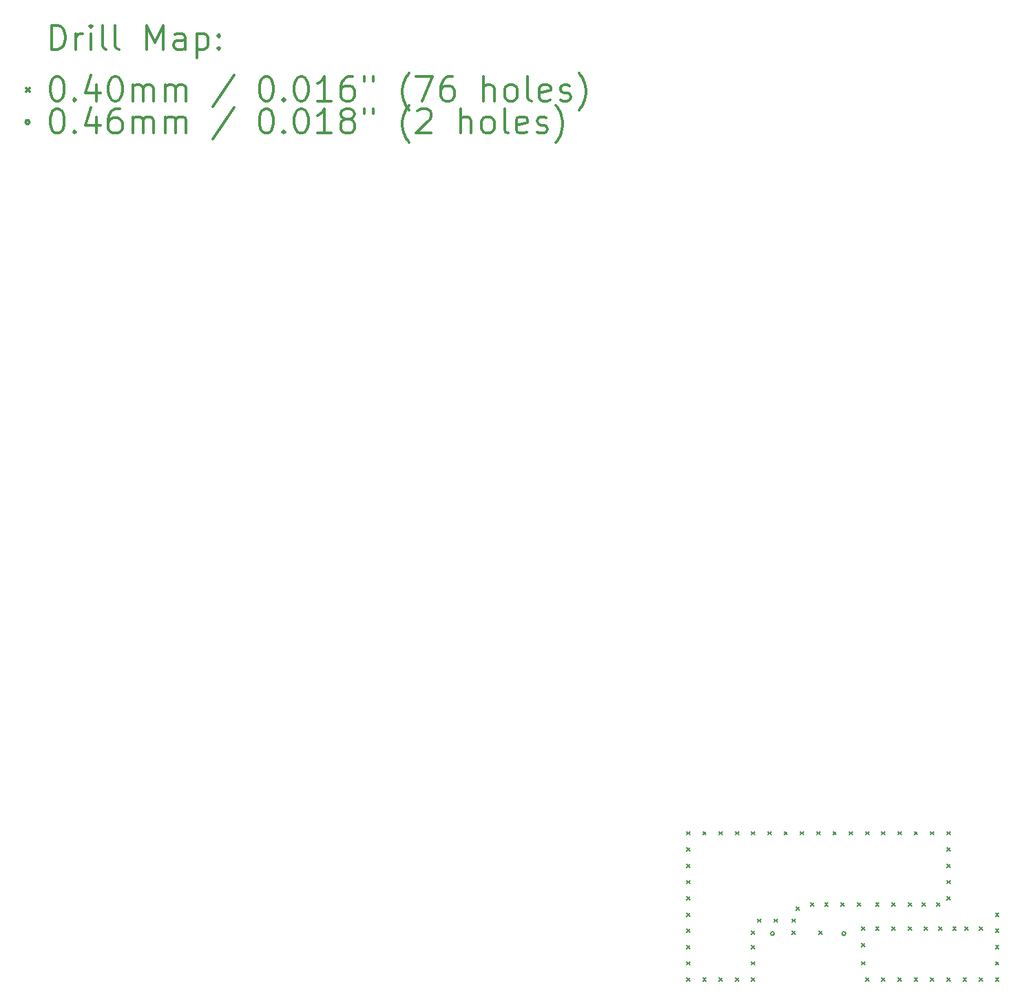
<source format=gbr>
%FSLAX45Y45*%
G04 Gerber Fmt 4.5, Leading zero omitted, Abs format (unit mm)*
G04 Created by KiCad (PCBNEW 4.0.5) date 02/24/17 11:34:11*
%MOMM*%
%LPD*%
G01*
G04 APERTURE LIST*
%ADD10C,0.127000*%
%ADD11C,0.200000*%
%ADD12C,0.300000*%
G04 APERTURE END LIST*
D10*
D11*
X80000Y1920000D02*
X120000Y1880000D01*
X120000Y1920000D02*
X80000Y1880000D01*
X80000Y1720000D02*
X120000Y1680000D01*
X120000Y1720000D02*
X80000Y1680000D01*
X80000Y1520000D02*
X120000Y1480000D01*
X120000Y1520000D02*
X80000Y1480000D01*
X80000Y1320000D02*
X120000Y1280000D01*
X120000Y1320000D02*
X80000Y1280000D01*
X80000Y1120000D02*
X120000Y1080000D01*
X120000Y1120000D02*
X80000Y1080000D01*
X80000Y920000D02*
X120000Y880000D01*
X120000Y920000D02*
X80000Y880000D01*
X80000Y720000D02*
X120000Y680000D01*
X120000Y720000D02*
X80000Y680000D01*
X80000Y520000D02*
X120000Y480000D01*
X120000Y520000D02*
X80000Y480000D01*
X80000Y320000D02*
X120000Y280000D01*
X120000Y320000D02*
X80000Y280000D01*
X80000Y120000D02*
X120000Y80000D01*
X120000Y120000D02*
X80000Y80000D01*
X280000Y1920000D02*
X320000Y1880000D01*
X320000Y1920000D02*
X280000Y1880000D01*
X280000Y120000D02*
X320000Y80000D01*
X320000Y120000D02*
X280000Y80000D01*
X480000Y1920000D02*
X520000Y1880000D01*
X520000Y1920000D02*
X480000Y1880000D01*
X480000Y120000D02*
X520000Y80000D01*
X520000Y120000D02*
X480000Y80000D01*
X680000Y1920000D02*
X720000Y1880000D01*
X720000Y1920000D02*
X680000Y1880000D01*
X680000Y120000D02*
X720000Y80000D01*
X720000Y120000D02*
X680000Y80000D01*
X880000Y1920000D02*
X920000Y1880000D01*
X920000Y1920000D02*
X880000Y1880000D01*
X880000Y695000D02*
X920000Y655000D01*
X920000Y695000D02*
X880000Y655000D01*
X880000Y520000D02*
X920000Y480000D01*
X920000Y520000D02*
X880000Y480000D01*
X880000Y320000D02*
X920000Y280000D01*
X920000Y320000D02*
X880000Y280000D01*
X880000Y120000D02*
X920000Y80000D01*
X920000Y120000D02*
X880000Y80000D01*
X955000Y845000D02*
X995000Y805000D01*
X995000Y845000D02*
X955000Y805000D01*
X1080000Y1920000D02*
X1120000Y1880000D01*
X1120000Y1920000D02*
X1080000Y1880000D01*
X1155000Y845000D02*
X1195000Y805000D01*
X1195000Y845000D02*
X1155000Y805000D01*
X1280000Y1920000D02*
X1320000Y1880000D01*
X1320000Y1920000D02*
X1280000Y1880000D01*
X1380000Y845000D02*
X1420000Y805000D01*
X1420000Y845000D02*
X1380000Y805000D01*
X1380000Y695000D02*
X1420000Y655000D01*
X1420000Y695000D02*
X1380000Y655000D01*
X1430000Y995000D02*
X1470000Y955000D01*
X1470000Y995000D02*
X1430000Y955000D01*
X1480000Y1920000D02*
X1520000Y1880000D01*
X1520000Y1920000D02*
X1480000Y1880000D01*
X1605000Y1045000D02*
X1645000Y1005000D01*
X1645000Y1045000D02*
X1605000Y1005000D01*
X1680000Y1920000D02*
X1720000Y1880000D01*
X1720000Y1920000D02*
X1680000Y1880000D01*
X1705000Y695000D02*
X1745000Y655000D01*
X1745000Y695000D02*
X1705000Y655000D01*
X1780000Y1045000D02*
X1820000Y1005000D01*
X1820000Y1045000D02*
X1780000Y1005000D01*
X1880000Y1920000D02*
X1920000Y1880000D01*
X1920000Y1920000D02*
X1880000Y1880000D01*
X1980000Y1045000D02*
X2020000Y1005000D01*
X2020000Y1045000D02*
X1980000Y1005000D01*
X2080000Y1920000D02*
X2120000Y1880000D01*
X2120000Y1920000D02*
X2080000Y1880000D01*
X2180000Y1045000D02*
X2220000Y1005000D01*
X2220000Y1045000D02*
X2180000Y1005000D01*
X2230000Y745000D02*
X2270000Y705000D01*
X2270000Y745000D02*
X2230000Y705000D01*
X2230000Y545000D02*
X2270000Y505000D01*
X2270000Y545000D02*
X2230000Y505000D01*
X2230000Y320000D02*
X2270000Y280000D01*
X2270000Y320000D02*
X2230000Y280000D01*
X2280000Y1920000D02*
X2320000Y1880000D01*
X2320000Y1920000D02*
X2280000Y1880000D01*
X2280000Y120000D02*
X2320000Y80000D01*
X2320000Y120000D02*
X2280000Y80000D01*
X2405000Y1045000D02*
X2445000Y1005000D01*
X2445000Y1045000D02*
X2405000Y1005000D01*
X2405000Y745000D02*
X2445000Y705000D01*
X2445000Y745000D02*
X2405000Y705000D01*
X2480000Y1920000D02*
X2520000Y1880000D01*
X2520000Y1920000D02*
X2480000Y1880000D01*
X2480000Y120000D02*
X2520000Y80000D01*
X2520000Y120000D02*
X2480000Y80000D01*
X2605000Y1045000D02*
X2645000Y1005000D01*
X2645000Y1045000D02*
X2605000Y1005000D01*
X2605000Y745000D02*
X2645000Y705000D01*
X2645000Y745000D02*
X2605000Y705000D01*
X2680000Y1920000D02*
X2720000Y1880000D01*
X2720000Y1920000D02*
X2680000Y1880000D01*
X2680000Y120000D02*
X2720000Y80000D01*
X2720000Y120000D02*
X2680000Y80000D01*
X2805000Y1045000D02*
X2845000Y1005000D01*
X2845000Y1045000D02*
X2805000Y1005000D01*
X2805000Y745000D02*
X2845000Y705000D01*
X2845000Y745000D02*
X2805000Y705000D01*
X2880000Y1920000D02*
X2920000Y1880000D01*
X2920000Y1920000D02*
X2880000Y1880000D01*
X2880000Y120000D02*
X2920000Y80000D01*
X2920000Y120000D02*
X2880000Y80000D01*
X2980000Y1045000D02*
X3020000Y1005000D01*
X3020000Y1045000D02*
X2980000Y1005000D01*
X3005000Y745000D02*
X3045000Y705000D01*
X3045000Y745000D02*
X3005000Y705000D01*
X3080000Y1920000D02*
X3120000Y1880000D01*
X3120000Y1920000D02*
X3080000Y1880000D01*
X3080000Y120000D02*
X3120000Y80000D01*
X3120000Y120000D02*
X3080000Y80000D01*
X3155000Y1045000D02*
X3195000Y1005000D01*
X3195000Y1045000D02*
X3155000Y1005000D01*
X3180000Y745000D02*
X3220000Y705000D01*
X3220000Y745000D02*
X3180000Y705000D01*
X3280000Y1920000D02*
X3320000Y1880000D01*
X3320000Y1920000D02*
X3280000Y1880000D01*
X3280000Y1720000D02*
X3320000Y1680000D01*
X3320000Y1720000D02*
X3280000Y1680000D01*
X3280000Y1520000D02*
X3320000Y1480000D01*
X3320000Y1520000D02*
X3280000Y1480000D01*
X3280000Y1320000D02*
X3320000Y1280000D01*
X3320000Y1320000D02*
X3280000Y1280000D01*
X3280000Y1120000D02*
X3320000Y1080000D01*
X3320000Y1120000D02*
X3280000Y1080000D01*
X3280000Y120000D02*
X3320000Y80000D01*
X3320000Y120000D02*
X3280000Y80000D01*
X3355000Y745000D02*
X3395000Y705000D01*
X3395000Y745000D02*
X3355000Y705000D01*
X3480000Y120000D02*
X3520000Y80000D01*
X3520000Y120000D02*
X3480000Y80000D01*
X3505000Y745000D02*
X3545000Y705000D01*
X3545000Y745000D02*
X3505000Y705000D01*
X3680000Y745000D02*
X3720000Y705000D01*
X3720000Y745000D02*
X3680000Y705000D01*
X3680000Y120000D02*
X3720000Y80000D01*
X3720000Y120000D02*
X3680000Y80000D01*
X3880000Y920000D02*
X3920000Y880000D01*
X3920000Y920000D02*
X3880000Y880000D01*
X3880000Y720000D02*
X3920000Y680000D01*
X3920000Y720000D02*
X3880000Y680000D01*
X3880000Y520000D02*
X3920000Y480000D01*
X3920000Y520000D02*
X3880000Y480000D01*
X3880000Y320000D02*
X3920000Y280000D01*
X3920000Y320000D02*
X3880000Y280000D01*
X3880000Y120000D02*
X3920000Y80000D01*
X3920000Y120000D02*
X3880000Y80000D01*
X1160800Y665800D02*
G75*
G03X1160800Y665800I-23000J0D01*
G01*
X2036800Y665800D02*
G75*
G03X2036800Y665800I-23000J0D01*
G01*
D12*
X-7728571Y11534286D02*
X-7728571Y11834286D01*
X-7657143Y11834286D01*
X-7614286Y11820000D01*
X-7585714Y11791429D01*
X-7571429Y11762857D01*
X-7557143Y11705714D01*
X-7557143Y11662857D01*
X-7571429Y11605714D01*
X-7585714Y11577143D01*
X-7614286Y11548571D01*
X-7657143Y11534286D01*
X-7728571Y11534286D01*
X-7428571Y11534286D02*
X-7428571Y11734286D01*
X-7428571Y11677143D02*
X-7414286Y11705714D01*
X-7400000Y11720000D01*
X-7371429Y11734286D01*
X-7342857Y11734286D01*
X-7242857Y11534286D02*
X-7242857Y11734286D01*
X-7242857Y11834286D02*
X-7257143Y11820000D01*
X-7242857Y11805714D01*
X-7228571Y11820000D01*
X-7242857Y11834286D01*
X-7242857Y11805714D01*
X-7057143Y11534286D02*
X-7085714Y11548571D01*
X-7100000Y11577143D01*
X-7100000Y11834286D01*
X-6900000Y11534286D02*
X-6928571Y11548571D01*
X-6942857Y11577143D01*
X-6942857Y11834286D01*
X-6557143Y11534286D02*
X-6557143Y11834286D01*
X-6457143Y11620000D01*
X-6357143Y11834286D01*
X-6357143Y11534286D01*
X-6085714Y11534286D02*
X-6085714Y11691429D01*
X-6100000Y11720000D01*
X-6128571Y11734286D01*
X-6185714Y11734286D01*
X-6214286Y11720000D01*
X-6085714Y11548571D02*
X-6114286Y11534286D01*
X-6185714Y11534286D01*
X-6214286Y11548571D01*
X-6228571Y11577143D01*
X-6228571Y11605714D01*
X-6214286Y11634286D01*
X-6185714Y11648571D01*
X-6114286Y11648571D01*
X-6085714Y11662857D01*
X-5942857Y11734286D02*
X-5942857Y11434286D01*
X-5942857Y11720000D02*
X-5914286Y11734286D01*
X-5857143Y11734286D01*
X-5828571Y11720000D01*
X-5814286Y11705714D01*
X-5800000Y11677143D01*
X-5800000Y11591429D01*
X-5814286Y11562857D01*
X-5828571Y11548571D01*
X-5857143Y11534286D01*
X-5914286Y11534286D01*
X-5942857Y11548571D01*
X-5671428Y11562857D02*
X-5657143Y11548571D01*
X-5671428Y11534286D01*
X-5685714Y11548571D01*
X-5671428Y11562857D01*
X-5671428Y11534286D01*
X-5671428Y11720000D02*
X-5657143Y11705714D01*
X-5671428Y11691429D01*
X-5685714Y11705714D01*
X-5671428Y11720000D01*
X-5671428Y11691429D01*
X-8040000Y11060000D02*
X-8000000Y11020000D01*
X-8000000Y11060000D02*
X-8040000Y11020000D01*
X-7671429Y11204286D02*
X-7642857Y11204286D01*
X-7614286Y11190000D01*
X-7600000Y11175714D01*
X-7585714Y11147143D01*
X-7571429Y11090000D01*
X-7571429Y11018571D01*
X-7585714Y10961429D01*
X-7600000Y10932857D01*
X-7614286Y10918571D01*
X-7642857Y10904286D01*
X-7671429Y10904286D01*
X-7700000Y10918571D01*
X-7714286Y10932857D01*
X-7728571Y10961429D01*
X-7742857Y11018571D01*
X-7742857Y11090000D01*
X-7728571Y11147143D01*
X-7714286Y11175714D01*
X-7700000Y11190000D01*
X-7671429Y11204286D01*
X-7442857Y10932857D02*
X-7428571Y10918571D01*
X-7442857Y10904286D01*
X-7457143Y10918571D01*
X-7442857Y10932857D01*
X-7442857Y10904286D01*
X-7171429Y11104286D02*
X-7171429Y10904286D01*
X-7242857Y11218571D02*
X-7314286Y11004286D01*
X-7128571Y11004286D01*
X-6957143Y11204286D02*
X-6928571Y11204286D01*
X-6900000Y11190000D01*
X-6885714Y11175714D01*
X-6871429Y11147143D01*
X-6857143Y11090000D01*
X-6857143Y11018571D01*
X-6871429Y10961429D01*
X-6885714Y10932857D01*
X-6900000Y10918571D01*
X-6928571Y10904286D01*
X-6957143Y10904286D01*
X-6985714Y10918571D01*
X-7000000Y10932857D01*
X-7014286Y10961429D01*
X-7028571Y11018571D01*
X-7028571Y11090000D01*
X-7014286Y11147143D01*
X-7000000Y11175714D01*
X-6985714Y11190000D01*
X-6957143Y11204286D01*
X-6728571Y10904286D02*
X-6728571Y11104286D01*
X-6728571Y11075714D02*
X-6714286Y11090000D01*
X-6685714Y11104286D01*
X-6642857Y11104286D01*
X-6614286Y11090000D01*
X-6600000Y11061429D01*
X-6600000Y10904286D01*
X-6600000Y11061429D02*
X-6585714Y11090000D01*
X-6557143Y11104286D01*
X-6514286Y11104286D01*
X-6485714Y11090000D01*
X-6471429Y11061429D01*
X-6471429Y10904286D01*
X-6328571Y10904286D02*
X-6328571Y11104286D01*
X-6328571Y11075714D02*
X-6314286Y11090000D01*
X-6285714Y11104286D01*
X-6242857Y11104286D01*
X-6214286Y11090000D01*
X-6200000Y11061429D01*
X-6200000Y10904286D01*
X-6200000Y11061429D02*
X-6185714Y11090000D01*
X-6157143Y11104286D01*
X-6114286Y11104286D01*
X-6085714Y11090000D01*
X-6071429Y11061429D01*
X-6071429Y10904286D01*
X-5485714Y11218571D02*
X-5742857Y10832857D01*
X-5100000Y11204286D02*
X-5071429Y11204286D01*
X-5042857Y11190000D01*
X-5028572Y11175714D01*
X-5014286Y11147143D01*
X-5000000Y11090000D01*
X-5000000Y11018571D01*
X-5014286Y10961429D01*
X-5028572Y10932857D01*
X-5042857Y10918571D01*
X-5071429Y10904286D01*
X-5100000Y10904286D01*
X-5128572Y10918571D01*
X-5142857Y10932857D01*
X-5157143Y10961429D01*
X-5171429Y11018571D01*
X-5171429Y11090000D01*
X-5157143Y11147143D01*
X-5142857Y11175714D01*
X-5128572Y11190000D01*
X-5100000Y11204286D01*
X-4871429Y10932857D02*
X-4857143Y10918571D01*
X-4871429Y10904286D01*
X-4885714Y10918571D01*
X-4871429Y10932857D01*
X-4871429Y10904286D01*
X-4671429Y11204286D02*
X-4642857Y11204286D01*
X-4614286Y11190000D01*
X-4600000Y11175714D01*
X-4585714Y11147143D01*
X-4571429Y11090000D01*
X-4571429Y11018571D01*
X-4585714Y10961429D01*
X-4600000Y10932857D01*
X-4614286Y10918571D01*
X-4642857Y10904286D01*
X-4671429Y10904286D01*
X-4700000Y10918571D01*
X-4714286Y10932857D01*
X-4728572Y10961429D01*
X-4742857Y11018571D01*
X-4742857Y11090000D01*
X-4728572Y11147143D01*
X-4714286Y11175714D01*
X-4700000Y11190000D01*
X-4671429Y11204286D01*
X-4285714Y10904286D02*
X-4457143Y10904286D01*
X-4371429Y10904286D02*
X-4371429Y11204286D01*
X-4400000Y11161429D01*
X-4428572Y11132857D01*
X-4457143Y11118571D01*
X-4028571Y11204286D02*
X-4085714Y11204286D01*
X-4114286Y11190000D01*
X-4128571Y11175714D01*
X-4157143Y11132857D01*
X-4171429Y11075714D01*
X-4171429Y10961429D01*
X-4157143Y10932857D01*
X-4142857Y10918571D01*
X-4114286Y10904286D01*
X-4057143Y10904286D01*
X-4028571Y10918571D01*
X-4014286Y10932857D01*
X-4000000Y10961429D01*
X-4000000Y11032857D01*
X-4014286Y11061429D01*
X-4028571Y11075714D01*
X-4057143Y11090000D01*
X-4114286Y11090000D01*
X-4142857Y11075714D01*
X-4157143Y11061429D01*
X-4171429Y11032857D01*
X-3885714Y11204286D02*
X-3885714Y11147143D01*
X-3771429Y11204286D02*
X-3771429Y11147143D01*
X-3328571Y10790000D02*
X-3342857Y10804286D01*
X-3371429Y10847143D01*
X-3385714Y10875714D01*
X-3400000Y10918571D01*
X-3414286Y10990000D01*
X-3414286Y11047143D01*
X-3400000Y11118571D01*
X-3385714Y11161429D01*
X-3371429Y11190000D01*
X-3342857Y11232857D01*
X-3328571Y11247143D01*
X-3242857Y11204286D02*
X-3042857Y11204286D01*
X-3171429Y10904286D01*
X-2800000Y11204286D02*
X-2857143Y11204286D01*
X-2885714Y11190000D01*
X-2900000Y11175714D01*
X-2928571Y11132857D01*
X-2942857Y11075714D01*
X-2942857Y10961429D01*
X-2928571Y10932857D01*
X-2914286Y10918571D01*
X-2885714Y10904286D01*
X-2828571Y10904286D01*
X-2800000Y10918571D01*
X-2785714Y10932857D01*
X-2771429Y10961429D01*
X-2771429Y11032857D01*
X-2785714Y11061429D01*
X-2800000Y11075714D01*
X-2828571Y11090000D01*
X-2885714Y11090000D01*
X-2914286Y11075714D01*
X-2928571Y11061429D01*
X-2942857Y11032857D01*
X-2414286Y10904286D02*
X-2414286Y11204286D01*
X-2285714Y10904286D02*
X-2285714Y11061429D01*
X-2300000Y11090000D01*
X-2328572Y11104286D01*
X-2371429Y11104286D01*
X-2400000Y11090000D01*
X-2414286Y11075714D01*
X-2100000Y10904286D02*
X-2128572Y10918571D01*
X-2142857Y10932857D01*
X-2157143Y10961429D01*
X-2157143Y11047143D01*
X-2142857Y11075714D01*
X-2128572Y11090000D01*
X-2100000Y11104286D01*
X-2057143Y11104286D01*
X-2028571Y11090000D01*
X-2014286Y11075714D01*
X-2000000Y11047143D01*
X-2000000Y10961429D01*
X-2014286Y10932857D01*
X-2028571Y10918571D01*
X-2057143Y10904286D01*
X-2100000Y10904286D01*
X-1828571Y10904286D02*
X-1857143Y10918571D01*
X-1871429Y10947143D01*
X-1871429Y11204286D01*
X-1600000Y10918571D02*
X-1628571Y10904286D01*
X-1685714Y10904286D01*
X-1714286Y10918571D01*
X-1728571Y10947143D01*
X-1728571Y11061429D01*
X-1714286Y11090000D01*
X-1685714Y11104286D01*
X-1628571Y11104286D01*
X-1600000Y11090000D01*
X-1585714Y11061429D01*
X-1585714Y11032857D01*
X-1728571Y11004286D01*
X-1471428Y10918571D02*
X-1442857Y10904286D01*
X-1385714Y10904286D01*
X-1357143Y10918571D01*
X-1342857Y10947143D01*
X-1342857Y10961429D01*
X-1357143Y10990000D01*
X-1385714Y11004286D01*
X-1428571Y11004286D01*
X-1457143Y11018571D01*
X-1471428Y11047143D01*
X-1471428Y11061429D01*
X-1457143Y11090000D01*
X-1428571Y11104286D01*
X-1385714Y11104286D01*
X-1357143Y11090000D01*
X-1242857Y10790000D02*
X-1228571Y10804286D01*
X-1200000Y10847143D01*
X-1185714Y10875714D01*
X-1171429Y10918571D01*
X-1157143Y10990000D01*
X-1157143Y11047143D01*
X-1171429Y11118571D01*
X-1185714Y11161429D01*
X-1200000Y11190000D01*
X-1228571Y11232857D01*
X-1242857Y11247143D01*
X-8000000Y10644000D02*
G75*
G03X-8000000Y10644000I-23000J0D01*
G01*
X-7671429Y10808286D02*
X-7642857Y10808286D01*
X-7614286Y10794000D01*
X-7600000Y10779714D01*
X-7585714Y10751143D01*
X-7571429Y10694000D01*
X-7571429Y10622571D01*
X-7585714Y10565429D01*
X-7600000Y10536857D01*
X-7614286Y10522571D01*
X-7642857Y10508286D01*
X-7671429Y10508286D01*
X-7700000Y10522571D01*
X-7714286Y10536857D01*
X-7728571Y10565429D01*
X-7742857Y10622571D01*
X-7742857Y10694000D01*
X-7728571Y10751143D01*
X-7714286Y10779714D01*
X-7700000Y10794000D01*
X-7671429Y10808286D01*
X-7442857Y10536857D02*
X-7428571Y10522571D01*
X-7442857Y10508286D01*
X-7457143Y10522571D01*
X-7442857Y10536857D01*
X-7442857Y10508286D01*
X-7171429Y10708286D02*
X-7171429Y10508286D01*
X-7242857Y10822571D02*
X-7314286Y10608286D01*
X-7128571Y10608286D01*
X-6885714Y10808286D02*
X-6942857Y10808286D01*
X-6971429Y10794000D01*
X-6985714Y10779714D01*
X-7014286Y10736857D01*
X-7028571Y10679714D01*
X-7028571Y10565429D01*
X-7014286Y10536857D01*
X-7000000Y10522571D01*
X-6971429Y10508286D01*
X-6914286Y10508286D01*
X-6885714Y10522571D01*
X-6871429Y10536857D01*
X-6857143Y10565429D01*
X-6857143Y10636857D01*
X-6871429Y10665429D01*
X-6885714Y10679714D01*
X-6914286Y10694000D01*
X-6971429Y10694000D01*
X-7000000Y10679714D01*
X-7014286Y10665429D01*
X-7028571Y10636857D01*
X-6728571Y10508286D02*
X-6728571Y10708286D01*
X-6728571Y10679714D02*
X-6714286Y10694000D01*
X-6685714Y10708286D01*
X-6642857Y10708286D01*
X-6614286Y10694000D01*
X-6600000Y10665429D01*
X-6600000Y10508286D01*
X-6600000Y10665429D02*
X-6585714Y10694000D01*
X-6557143Y10708286D01*
X-6514286Y10708286D01*
X-6485714Y10694000D01*
X-6471429Y10665429D01*
X-6471429Y10508286D01*
X-6328571Y10508286D02*
X-6328571Y10708286D01*
X-6328571Y10679714D02*
X-6314286Y10694000D01*
X-6285714Y10708286D01*
X-6242857Y10708286D01*
X-6214286Y10694000D01*
X-6200000Y10665429D01*
X-6200000Y10508286D01*
X-6200000Y10665429D02*
X-6185714Y10694000D01*
X-6157143Y10708286D01*
X-6114286Y10708286D01*
X-6085714Y10694000D01*
X-6071429Y10665429D01*
X-6071429Y10508286D01*
X-5485714Y10822571D02*
X-5742857Y10436857D01*
X-5100000Y10808286D02*
X-5071429Y10808286D01*
X-5042857Y10794000D01*
X-5028572Y10779714D01*
X-5014286Y10751143D01*
X-5000000Y10694000D01*
X-5000000Y10622571D01*
X-5014286Y10565429D01*
X-5028572Y10536857D01*
X-5042857Y10522571D01*
X-5071429Y10508286D01*
X-5100000Y10508286D01*
X-5128572Y10522571D01*
X-5142857Y10536857D01*
X-5157143Y10565429D01*
X-5171429Y10622571D01*
X-5171429Y10694000D01*
X-5157143Y10751143D01*
X-5142857Y10779714D01*
X-5128572Y10794000D01*
X-5100000Y10808286D01*
X-4871429Y10536857D02*
X-4857143Y10522571D01*
X-4871429Y10508286D01*
X-4885714Y10522571D01*
X-4871429Y10536857D01*
X-4871429Y10508286D01*
X-4671429Y10808286D02*
X-4642857Y10808286D01*
X-4614286Y10794000D01*
X-4600000Y10779714D01*
X-4585714Y10751143D01*
X-4571429Y10694000D01*
X-4571429Y10622571D01*
X-4585714Y10565429D01*
X-4600000Y10536857D01*
X-4614286Y10522571D01*
X-4642857Y10508286D01*
X-4671429Y10508286D01*
X-4700000Y10522571D01*
X-4714286Y10536857D01*
X-4728572Y10565429D01*
X-4742857Y10622571D01*
X-4742857Y10694000D01*
X-4728572Y10751143D01*
X-4714286Y10779714D01*
X-4700000Y10794000D01*
X-4671429Y10808286D01*
X-4285714Y10508286D02*
X-4457143Y10508286D01*
X-4371429Y10508286D02*
X-4371429Y10808286D01*
X-4400000Y10765429D01*
X-4428572Y10736857D01*
X-4457143Y10722571D01*
X-4114286Y10679714D02*
X-4142857Y10694000D01*
X-4157143Y10708286D01*
X-4171429Y10736857D01*
X-4171429Y10751143D01*
X-4157143Y10779714D01*
X-4142857Y10794000D01*
X-4114286Y10808286D01*
X-4057143Y10808286D01*
X-4028571Y10794000D01*
X-4014286Y10779714D01*
X-4000000Y10751143D01*
X-4000000Y10736857D01*
X-4014286Y10708286D01*
X-4028571Y10694000D01*
X-4057143Y10679714D01*
X-4114286Y10679714D01*
X-4142857Y10665429D01*
X-4157143Y10651143D01*
X-4171429Y10622571D01*
X-4171429Y10565429D01*
X-4157143Y10536857D01*
X-4142857Y10522571D01*
X-4114286Y10508286D01*
X-4057143Y10508286D01*
X-4028571Y10522571D01*
X-4014286Y10536857D01*
X-4000000Y10565429D01*
X-4000000Y10622571D01*
X-4014286Y10651143D01*
X-4028571Y10665429D01*
X-4057143Y10679714D01*
X-3885714Y10808286D02*
X-3885714Y10751143D01*
X-3771429Y10808286D02*
X-3771429Y10751143D01*
X-3328571Y10394000D02*
X-3342857Y10408286D01*
X-3371429Y10451143D01*
X-3385714Y10479714D01*
X-3400000Y10522571D01*
X-3414286Y10594000D01*
X-3414286Y10651143D01*
X-3400000Y10722571D01*
X-3385714Y10765429D01*
X-3371429Y10794000D01*
X-3342857Y10836857D01*
X-3328571Y10851143D01*
X-3228571Y10779714D02*
X-3214286Y10794000D01*
X-3185714Y10808286D01*
X-3114286Y10808286D01*
X-3085714Y10794000D01*
X-3071429Y10779714D01*
X-3057143Y10751143D01*
X-3057143Y10722571D01*
X-3071429Y10679714D01*
X-3242857Y10508286D01*
X-3057143Y10508286D01*
X-2700000Y10508286D02*
X-2700000Y10808286D01*
X-2571429Y10508286D02*
X-2571429Y10665429D01*
X-2585714Y10694000D01*
X-2614286Y10708286D01*
X-2657143Y10708286D01*
X-2685714Y10694000D01*
X-2700000Y10679714D01*
X-2385714Y10508286D02*
X-2414286Y10522571D01*
X-2428572Y10536857D01*
X-2442857Y10565429D01*
X-2442857Y10651143D01*
X-2428572Y10679714D01*
X-2414286Y10694000D01*
X-2385714Y10708286D01*
X-2342857Y10708286D01*
X-2314286Y10694000D01*
X-2300000Y10679714D01*
X-2285714Y10651143D01*
X-2285714Y10565429D01*
X-2300000Y10536857D01*
X-2314286Y10522571D01*
X-2342857Y10508286D01*
X-2385714Y10508286D01*
X-2114286Y10508286D02*
X-2142857Y10522571D01*
X-2157143Y10551143D01*
X-2157143Y10808286D01*
X-1885714Y10522571D02*
X-1914286Y10508286D01*
X-1971429Y10508286D01*
X-2000000Y10522571D01*
X-2014286Y10551143D01*
X-2014286Y10665429D01*
X-2000000Y10694000D01*
X-1971429Y10708286D01*
X-1914286Y10708286D01*
X-1885714Y10694000D01*
X-1871429Y10665429D01*
X-1871429Y10636857D01*
X-2014286Y10608286D01*
X-1757143Y10522571D02*
X-1728571Y10508286D01*
X-1671429Y10508286D01*
X-1642857Y10522571D01*
X-1628571Y10551143D01*
X-1628571Y10565429D01*
X-1642857Y10594000D01*
X-1671429Y10608286D01*
X-1714286Y10608286D01*
X-1742857Y10622571D01*
X-1757143Y10651143D01*
X-1757143Y10665429D01*
X-1742857Y10694000D01*
X-1714286Y10708286D01*
X-1671429Y10708286D01*
X-1642857Y10694000D01*
X-1528571Y10394000D02*
X-1514286Y10408286D01*
X-1485714Y10451143D01*
X-1471429Y10479714D01*
X-1457143Y10522571D01*
X-1442857Y10594000D01*
X-1442857Y10651143D01*
X-1457143Y10722571D01*
X-1471429Y10765429D01*
X-1485714Y10794000D01*
X-1514286Y10836857D01*
X-1528571Y10851143D01*
M02*

</source>
